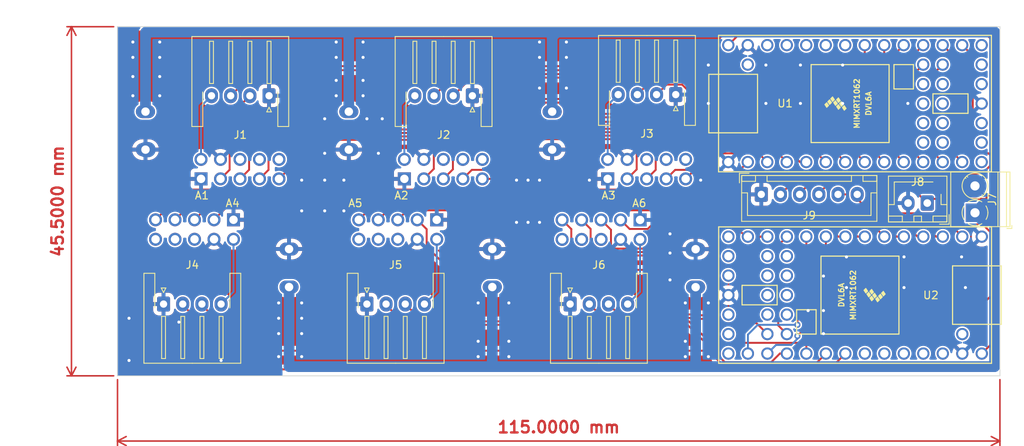
<source format=kicad_pcb>
(kicad_pcb (version 20211014) (generator pcbnew)
  (layers (0 "F.Cu" signal) (31 "B.Cu" signal) (34 "B.Paste" user) (35 "F.Paste" user) (36 "B.SilkS" user "B.Silkscreen") (37 "F.SilkS" user "F.Silkscreen") (38 "B.Mask" user) (39 "F.Mask" user) (44 "Edge.Cuts" user))
  (net 0 "")
  (net 1 "GND")
  (net 8 "/TeensyMotorLayout/SCL1")
  (net 9 "/TeensyMotorLayout/SDA1")
  (net 10 "/TeensyMotorLayout/SDA0")
  (net 16 "+5V")
  (net 18 "/TeensyMotorLayout/PWM11")
  (net 19 "/TeensyMotorLayout/PWM10")
  (net 20 "/TeensyMotorLayout/PWM9")
  (net 21 "/TeensyMotorLayout/PWM8")
  (net 22 "/TeensyMotorLayout/PWM7")
  (net 23 "/TeensyMotorLayout/PWM6")
  (net 24 "/TeensyMotorLayout/PWM5")
  (net 25 "/TeensyMotorLayout/PWM4")
  (net 26 "/TeensyMotorLayout/PWM3")
  (net 27 "/TeensyMotorLayout/PWM2")
  (net 28 "/TeensyMotorLayout/PWM1")
  (net 29 "/TeensyMotorLayout/PWM0")
  (net 30 "/TeensyMotorLayout/SCL2")
  (net 31 "/TeensyMotorLayout/SDA2")
  (net 46 "/TeensyMotorLayout1/SCL1")
  (net 47 "/TeensyMotorLayout1/SDA1")
  (net 48 "/TeensyMotorLayout1/SDA0")
  (net 55 "/TeensyMotorLayout1/PWM11")
  (net 56 "/TeensyMotorLayout1/PWM10")
  (net 57 "/TeensyMotorLayout1/PWM9")
  (net 58 "/TeensyMotorLayout1/PWM8")
  (net 59 "/TeensyMotorLayout1/PWM7")
  (net 60 "/TeensyMotorLayout1/PWM6")
  (net 61 "/TeensyMotorLayout1/PWM5")
  (net 62 "/TeensyMotorLayout1/PWM4")
  (net 63 "/TeensyMotorLayout1/PWM3")
  (net 64 "/TeensyMotorLayout1/PWM2")
  (net 65 "/TeensyMotorLayout1/PWM1")
  (net 66 "/TeensyMotorLayout1/PWM0")
  (net 67 "/TeensyMotorLayout1/SCL2")
  (net 68 "/TeensyMotorLayout1/SDA2")
  (net 77 "+10V")
  (net 95 "/TeensyMotorLayout/3V3_1")
  (net 96 "/TeensyMotorLayout/3V3_2")
  (net 97 "/TeensyMotorLayout/3V3_3")
  (net 98 "/TeensyMotorLayout1/3V3_1")
  (net 99 "/TeensyMotorLayout1/3V3_2")
  (net 100 "/TeensyMotorLayout1/3V3_3")
  (net 102 "/TeensyMotorLayout/SCL0")
  (net 103 "/TeensyMotorLayout1/SCL0")
  (net 104 "/TX1")
  (net 105 "/RX1")
  (net 106 "/TX0")
  (net 107 "/RX0")
  (footprint "TerminalBlock_Phoenix:TerminalBlock_Phoenix_PT-1,5-2-3.5-H_1x02_P3.50mm_Horizontal" (layer "F.Cu") (at 161.75 129.25 90)
    (fp_text reference "J7")
    (fp_text value "Screw_Terminal_01x02")
  )
  (footprint "Teensy:Teensy40" (layer "F.Cu") (at 146.11 115.02)
    (fp_text reference "U1")
    (fp_text value "Teensy4.0")
  )
  (footprint "SimpleFOCMini:SimpleFOCMini" (layer "F.Cu") (at 56.098967 151.629708)
    (fp_text reference "A4")
    (fp_text value "SimpleFOCMini")
  )
  (footprint "SimpleFOCMini:SimpleFOCMini" (layer "F.Cu") (at 82.58599 151.629708)
    (fp_text reference "A5")
    (fp_text value "SimpleFOCMini")
  )
  (footprint "SimpleFOCMini:SimpleFOCMini" (layer "F.Cu") (at 96.401033 103.370292 180)
    (fp_text reference "A2")
    (fp_text value "SimpleFOCMini")
  )
  (footprint "Connector_JST:JST_XH_S4B-XH-A-1_1x04_P2.50mm_Horizontal" (layer "F.Cu") (at 96.25 114 180)
    (fp_text reference "J2")
    (fp_text value "Conn_01x04")
  )
  (footprint "SimpleFOCMini:SimpleFOCMini" (layer "F.Cu") (at 109.08599 151.646701)
    (fp_text reference "A6")
    (fp_text value "SimpleFOCMini")
  )
  (footprint "SimpleFOCMini:SimpleFOCMini" (layer "F.Cu") (at 122.901033 103.370292 180)
    (fp_text reference "A3")
    (fp_text value "SimpleFOCMini")
  )
  (footprint "Connector_JST:JST_XH_B2B-XH-AM_1x02_P2.50mm_Vertical" (layer "F.Cu") (at 155.53 127.985 180)
    (fp_text reference "J8")
    (fp_text value "Conn_01x02")
  )
  (footprint "Connector_JST:JST_XH_B6B-XH-A_1x06_P2.50mm_Vertical" (layer "F.Cu") (at 133.9 126.855)
    (fp_text reference "J9")
    (fp_text value "Conn_01x06")
  )
  (footprint "Teensy:Teensy40" (layer "F.Cu") (at 146.125 139.98 180)
    (fp_text reference "U2")
    (fp_text value "Teensy4.0")
  )
  (footprint "SimpleFOCMini:SimpleFOCMini" (layer "F.Cu") (at 69.901033 103.370292 180)
    (fp_text reference "A1")
    (fp_text value "SimpleFOCMini")
  )
  (footprint "Connector_JST:JST_XH_S4B-XH-A-1_1x04_P2.50mm_Horizontal" (layer "F.Cu") (at 69.75 114 180)
    (fp_text reference "J1")
    (fp_text value "Conn_01x04")
  )
  (footprint "Connector_JST:JST_XH_S4B-XH-A-1_1x04_P2.50mm_Horizontal" (layer "F.Cu") (at 56 141.15)
    (fp_text reference "J4")
    (fp_text value "Conn_01x04")
  )
  (footprint "Connector_JST:JST_XH_S4B-XH-A-1_1x04_P2.50mm_Horizontal" (layer "F.Cu") (at 108.987023 141.15)
    (fp_text reference "J6")
    (fp_text value "Conn_01x04")
  )
  (footprint "Connector_JST:JST_XH_S4B-XH-A-1_1x04_P2.50mm_Horizontal" (layer "F.Cu") (at 82.5 141.15)
    (fp_text reference "J5")
    (fp_text value "Conn_01x04")
  )
  (footprint "Connector_JST:JST_XH_S4B-XH-A-1_1x04_P2.50mm_Horizontal" (layer "F.Cu") (at 122.75 113.85 180)
    (fp_text reference "J3")
    (fp_text value "Conn_01x04")
  )
  (gr_line (start 165 105) (end 50 105) (layer "Edge.Cuts") (width 0.1))
  (gr_line (start 50 150.5) (end 165 150.5) (layer "Edge.Cuts") (width 0.1))
  (gr_line (start 165 150.5) (end 165 105) (layer "Edge.Cuts") (width 0.1))
  (gr_line (start 50 105) (end 50 150.5) (layer "Edge.Cuts") (width 0.1))
  (dimension (type aligned) (layer "F.Cu") (pts (xy 165 150.5) (xy 50 150.5)) (height -8.5) (gr_text "115.0000 mm" (at 107.5 157.2) (layer "F.Cu") (effects (font (size 1.5 1.5) (thickness 0.3)))) (format (units 3) (units_format 1) (precision 4)) (style (thickness 0.2) (arrow_length 1.27) (text_position_mode 0) (extension_height 0.58642) (extension_offset 0.5) keep_text_aligned))
  (dimension (type aligned) (layer "F.Cu") (pts (xy 50 150.5) (xy 50 105)) (height -6) (gr_text "45.5000 mm" (at 42.2 127.75 90) (layer "F.Cu") (effects (font (size 1.5 1.5) (thickness 0.3)))) (format (units 3) (units_format 1) (precision 4)) (style (thickness 0.2) (arrow_length 1.27) (text_position_mode 0) (extension_height 0.58642) (extension_offset 0.5) keep_text_aligned))
  (via (at 77 125) (size 0.8) (drill 0.4) (layers "F.Cu" "B.Cu") (net 1))
  (via (at 122 132) (size 0.8) (drill 0.4) (layers "F.Cu" "B.Cu") (net 1))
  (via (at 55.5 114) (size 0.8) (drill 0.4) (layers "F.Cu" "B.Cu") (net 1))
  (via (at 51.5 143) (size 0.8) (drill 0.4) (layers "F.Cu" "B.Cu") (net 1))
  (via (at 71 143) (size 0.8) (drill 0.4) (layers "F.Cu" "B.Cu") (net 1))
  (via (at 134.5 115) (size 0.8) (drill 0.4) (layers "F.Cu" "B.Cu") (net 1))
  (via (at 78.5 107) (size 0.8) (drill 0.4) (layers "F.Cu" "B.Cu") (net 1))
  (via (at 160.5 139) (size 0.8) (drill 0.4) (layers "F.Cu" "B.Cu") (net 1))
  (via (at 111.5 125) (size 0.8) (drill 0.4) (layers "F.Cu" "B.Cu") (net 1))
  (via (at 134.5 110) (size 0.8) (drill 0.4) (layers "F.Cu" "B.Cu") (net 1))
  (via (at 74 141) (size 0.8) (drill 0.4) (layers "F.Cu" "B.Cu") (net 1))
  (via (at 139 110) (size 0.8) (drill 0.4) (layers "F.Cu" "B.Cu") (net 1))
  (via (at 124 141) (size 0.8) (drill 0.4) (layers "F.Cu" "B.Cu") (net 1))
  (via (at 101 148) (size 0.8) (drill 0.4) (layers "F.Cu" "B.Cu") (net 1))
  (via (at 144.5 115) (size 0.8) (drill 0.4) (layers "F.Cu" "B.Cu") (net 1))
  (via (at 124 146) (size 0.8) (drill 0.4) (layers "F.Cu" "B.Cu") (net 1))
  (via (at 82 107) (size 0.8) (drill 0.4) (layers "F.Cu" "B.Cu") (net 1))
  (via (at 78.5 114) (size 0.8) (drill 0.4) (layers "F.Cu" "B.Cu") (net 1))
  (via (at 55.5 111.5) (size 0.8) (drill 0.4) (layers "F.Cu" "B.Cu") (net 1))
  (via (at 142 137.5) (size 0.8) (drill 0.4) (layers "F.Cu" "B.Cu") (net 1))
  (via (at 77 121.5) (size 0.8) (drill 0.4) (layers "F.Cu" "B.Cu") (net 1))
  (via (at 82 114) (size 0.8) (drill 0.4) (layers "F.Cu" "B.Cu") (net 1))
  (via (at 82.5 117) (size 0.8) (drill 0.4) (layers "F.Cu" "B.Cu") (net 1))
  (via (at 97 146) (size 0.8) (drill 0.4) (layers "F.Cu" "B.Cu") (net 1))
  (via (at 105 113) (size 0.8) (drill 0.4) (layers "F.Cu" "B.Cu") (net 1))
  (via (at 108.5 109) (size 0.8) (drill 0.4) (layers "F.Cu" "B.Cu") (net 1))
  (via (at 127 115) (size 0.8) (drill 0.4) (layers "F.Cu" "B.Cu") (net 1))
  (via (at 145 135) (size 0.8) (drill 0.4) (layers "F.Cu" "B.Cu") (net 1))
  (via (at 63.5 148.5) (size 0.8) (drill 0.4) (layers "F.Cu" "B.Cu") (net 1))
  (via (at 145 139) (size 0.8) (drill 0.4) (layers "F.Cu" "B.Cu") (net 1))
  (via (at 108.5 107) (size 0.8) (drill 0.4) (layers "F.Cu" "B.Cu") (net 1))
  (via (at 105 130.5) (size 0.8) (drill 0.4) (layers "F.Cu" "B.Cu") (net 1))
  (via (at 71 145) (size 0.8) (drill 0.4) (layers "F.Cu" "B.Cu") (net 1))
  (via (at 153 115) (size 0.8) (drill 0.4) (layers "F.Cu" "B.Cu") (net 1))
  (via (at 139 115) (size 0.8) (drill 0.4) (layers "F.Cu" "B.Cu") (net 1))
  (via (at 124 148) (size 0.8) (drill 0.4) (layers "F.Cu" "B.Cu") (net 1))
  (via (at 74 148) (size 0.8) (drill 0.4) (layers "F.Cu" "B.Cu") (net 1))
  (via (at 82 109) (size 0.8) (drill 0.4) (layers "F.Cu" "B.Cu") (net 1))
  (via (at 74 145) (size 0.8) (drill 0.4) (layers "F.Cu" "B.Cu") (net 1))
  (via (at 108.5 113) (size 0.8) (drill 0.4) (layers "F.Cu" "B.Cu") (net 1))
  (via (at 105 107) (size 0.8) (drill 0.4) (layers "F.Cu" "B.Cu") (net 1))
  (via (at 51.5 148.5) (size 0.8) (drill 0.4) (layers "F.Cu" "B.Cu") (net 1))
  (via (at 105 125) (size 0.8) (drill 0.4) (layers "F.Cu" "B.Cu") (net 1))
  (via (at 74 125) (size 0.8) (drill 0.4) (layers "F.Cu" "B.Cu") (net 1))
  (via (at 126 125) (size 0.8) (drill 0.4) (layers "F.Cu" "B.Cu") (net 1))
  (via (at 142 145) (size 0.8) (drill 0.4) (layers "F.Cu" "B.Cu") (net 1))
  (via (at 82 112) (size 0.8) (drill 0.4) (layers "F.Cu" "B.Cu") (net 1))
  (via (at 79.5 125) (size 0.8) (drill 0.4) (layers "F.Cu" "B.Cu") (net 1))
  (via (at 78.5 109) (size 0.8) (drill 0.4) (layers "F.Cu" "B.Cu") (net 1))
  (via (at 152.5 135) (size 0.8) (drill 0.4) (layers "F.Cu" "B.Cu") (net 1))
  (via (at 101 141) (size 0.8) (drill 0.4) (layers "F.Cu" "B.Cu") (net 1))
  (via (at 127 141) (size 0.8) (drill 0.4) (layers "F.Cu" "B.Cu") (net 1))
  (via (at 77 129) (size 0.8) (drill 0.4) (layers "F.Cu" "B.Cu") (net 1))
  (via (at 103.5 130.5) (size 0.8) (drill 0.4) (layers "F.Cu" "B.Cu") (net 1))
  (via (at 102 125) (size 0.8) (drill 0.4) (layers "F.Cu" "B.Cu") (net 1))
  (via (at 122 134.5) (size 0.8) (drill 0.4) (layers "F.Cu" "B.Cu") (net 1))
  (via (at 152.5 139) (size 0.8) (drill 0.4) (layers "F.Cu" "B.Cu") (net 1))
  (via (at 102 130.5) (size 0.8) (drill 0.4) (layers "F.Cu" "B.Cu") (net 1))
  (via (at 84 121.5) (size 0.8) (drill 0.4) (layers "F.Cu" "B.Cu") (net 1))
  (via (at 52 109) (size 0.8) (drill 0.4) (layers "F.Cu" "B.Cu") (net 1))
  (via (at 97 141) (size 0.8) (drill 0.4) (layers "F.Cu" "B.Cu") (net 1))
  (via (at 127 110) (size 0.8) (drill 0.4) (layers "F.Cu" "B.Cu") (net 1))
  (via (at 78.5 112) (size 0.8) (drill 0.4) (layers "F.Cu" "B.Cu") (net 1))
  (via (at 105 109) (size 0.8) (drill 0.4) (layers "F.Cu" "B.Cu") (net 1))
  (via (at 84.5 117) (size 0.8) (drill 0.4) (layers "F.Cu" "B.Cu") (net 1))
  (via (at 160 135) (size 0.8) (drill 0.4) (layers "F.Cu" "B.Cu") (net 1))
  (via (at 55.5 107) (size 0.8) (drill 0.4) (layers "F.Cu" "B.Cu") (net 1))
  (via (at 74 129) (size 0.8) (drill 0.4) (layers "F.Cu" "B.Cu") (net 1))
  (via (at 140 142) (size 0.8) (drill 0.4) (layers "F.Cu" "B.Cu") (net 1))
  (via (at 71 148) (size 0.8) (drill 0.4) (layers "F.Cu" "B.Cu") (net 1))
  (via (at 142 142) (size 0.8) (drill 0.4) (layers "F.Cu" "B.Cu") (net 1))
  (via (at 71 141) (size 0.8) (drill 0.4) (layers "F.Cu" "B.Cu") (net 1))
  (via (at 127 148) (size 0.8) (drill 0.4) (layers "F.Cu" "B.Cu") (net 1))
  (via (at 74 143) (size 0.8) (drill 0.4) (layers "F.Cu" "B.Cu") (net 1))
  (via (at 52 111.5) (size 0.8) (drill 0.4) (layers "F.Cu" "B.Cu") (net 1))
  (via (at 122 138) (size 0.8) (drill 0.4) (layers "F.Cu" "B.Cu") (net 1))
  (via (at 97 148) (size 0.8) (drill 0.4) (layers "F.Cu" "B.Cu") (net 1))
  (via (at 79.5 129) (size 0.8) (drill 0.4) (layers "F.Cu" "B.Cu") (net 1))
  (via (at 52 107) (size 0.8) (drill 0.4) (layers "F.Cu" "B.Cu") (net 1))
  (via (at 103.5 125) (size 0.8) (drill 0.4) (layers "F.Cu" "B.Cu") (net 1))
  (via (at 52 114) (size 0.8) (drill 0.4) (layers "F.Cu" "B.Cu") (net 1))
  (via (at 58 143.5) (size 0.8) (drill 0.4) (layers "F.Cu" "B.Cu") (net 1))
  (via (at 55.5 109) (size 0.8) (drill 0.4) (layers "F.Cu" "B.Cu") (net 1))
  (via (at 144.5 110) (size 0.8) (drill 0.4) (layers "F.Cu" "B.Cu") (net 1))
  (via (at 77 117) (size 0.8) (drill 0.4) (layers "F.Cu" "B.Cu") (net 1))
  (via (at 101 146) (size 0.8) (drill 0.4) (layers "F.Cu" "B.Cu") (net 1))
  (segment (start 158.97 132.97) (end 158.97 126.53) (width 0.25) (layer "B.Cu") (net 1))
  (segment (start 125.34199 133.993701) (end 125.006299 133.993701) (width 2) (layer "B.Cu") (net 1))
  (segment (start 158.955 118.685) (end 158.955 124.955) (width 0.25) (layer "B.Cu") (net 1))
  (segment (start 158.97 126.53) (end 159.75 125.75) (width 0.25) (layer "B.Cu") (net 1))
  (segment (start 160.995 134) (end 159 134) (width 0.25) (layer "B.Cu") (net 1))
  (segment (start 96.25 118.94) (end 96.31 119) (width 0.25) (layer "B.Cu") (net 1))
  (segment (start 161.75 125.75) (end 159.75 125.75) (width 3) (layer "B.Cu") (net 1))
  (segment (start 158.955 124.955) (end 159.75 125.75) (width 0.25) (layer "B.Cu") (net 1))
  (segment (start 159 134) (end 159 133) (width 0.25) (layer "B.Cu") (net 1))
  (segment (start 108.987023 136.012977) (end 109 136) (width 0.25) (layer "B.Cu") (net 1))
  (segment (start 162.62 115.02) (end 158.955 118.685) (width 0.25) (layer "B.Cu") (net 1))
  (segment (start 162.635 132.36) (end 160.995 134) (width 0.25) (layer "B.Cu") (net 1))
  (segment (start 159 133) (end 158.97 132.97) (width 0.25) (layer "B.Cu") (net 1))
  (segment (start 53.645033 121.023292) (end 53.976708 121.023292) (width 2) (layer "B.Cu") (net 1))
  (segment (start 69.75 114) (end 70 114.25) (width 0.25) (layer "B.Cu") (net 1))
  (segment (start 96.11 111.64) (end 123.949553 111.64) (width 0.25) (layer "F.Cu") (net 8))
  (segment (start 123.949553 111.64) (end 125.158056 112.848503) (width 0.25) (layer "F.Cu") (net 8))
  (segment (start 125.158056 112.848503) (end 149.551497 112.848503) (width 0.25) (layer "F.Cu") (net 8))
  (segment (start 149.551497 112.848503) (end 155 107.4) (width 0.25) (layer "F.Cu") (net 8))
  (segment (start 93.75 114) (end 96.11 111.64) (width 0.25) (layer "F.Cu") (net 8))
  (segment (start 147.460998 112.399002) (end 152.46 107.4) (width 0.25) (layer "F.Cu") (net 9))
  (segment (start 125.334744 112.389501) (end 125.408121 112.389501) (width 0.25) (layer "F.Cu") (net 9))
  (segment (start 125.408121 112.389501) (end 125.417622 112.399002) (width 0.25) (layer "F.Cu") (net 9))
  (segment (start 94.07 111.18) (end 124.125243 111.18) (width 0.25) (layer "F.Cu") (net 9))
  (segment (start 91.25 114) (end 94.07 111.18) (width 0.25) (layer "F.Cu") (net 9))
  (segment (start 124.125243 111.18) (end 125.334744 112.389501) (width 0.25) (layer "F.Cu") (net 9))
  (segment (start 125.417622 112.399002) (end 147.460998 112.399002) (width 0.25) (layer "F.Cu") (net 9))
  (segment (start 149.92 108.53137) (end 146.501869 111.949501) (width 0.25) (layer "F.Cu") (net 10))
  (segment (start 149.92 107.4) (end 149.92 108.53137) (width 0.25) (layer "F.Cu") (net 10))
  (segment (start 125.533811 111.949501) (end 124.25431 110.67) (width 0.25) (layer "F.Cu") (net 10))
  (segment (start 146.501869 111.949501) (end 125.533811 111.949501) (width 0.25) (layer "F.Cu") (net 10))
  (segment (start 124.25431 110.67) (end 68.08 110.67) (width 0.25) (layer "F.Cu") (net 10))
  (segment (start 68.08 110.67) (end 64.75 114) (width 0.25) (layer "F.Cu") (net 10))
  (segment (start 153.055 125.51) (end 155.53 127.985) (width 0.25) (layer "F.Cu") (net 16))
  (segment (start 141.4 126.73) (end 142.62 125.51) (width 0.25) (layer "F.Cu") (net 16))
  (segment (start 142.62 125.51) (end 153.055 125.51) (width 0.25) (layer "F.Cu") (net 16))
  (segment (start 164.309501 145.925499) (end 162.635 147.6) (width 0.25) (layer "F.Cu") (net 16))
  (segment (start 163.14 127.44) (end 156.075 127.44) (width 0.25) (layer "F.Cu") (net 16))
  (segment (start 164.309501 126.419501) (end 164.309501 145.925499) (width 0.25) (layer "F.Cu") (net 16))
  (segment (start 163.1 105.88) (end 164.2 106.98) (width 0.25) (layer "F.Cu") (net 16))
  (segment (start 163.35 127.16) (end 163.26 127.25) (width 0.25) (layer "F.Cu") (net 16))
  (segment (start 129.6 107.4) (end 131.12 105.88) (width 0.25) (layer "F.Cu") (net 16))
  (segment (start 164.2 126.31) (end 163.35 127.16) (width 0.25) (layer "F.Cu") (net 16))
  (segment (start 163.35 127.23) (end 163.14 127.44) (width 0.25) (layer "F.Cu") (net 16))
  (segment (start 163.35 127.16) (end 163.35 127.23) (width 0.25) (layer "F.Cu") (net 16))
  (segment (start 164.2 106.98) (end 164.2 126.31) (width 0.25) (layer "F.Cu") (net 16))
  (segment (start 131.12 105.88) (end 163.1 105.88) (width 0.25) (layer "F.Cu") (net 16))
  (segment (start 141.4 126.855) (end 141.4 126.73) (width 0.25) (layer "F.Cu") (net 16))
  (segment (start 164.2 126.31) (end 164.309501 126.419501) (width 0.25) (layer "F.Cu") (net 16))
  (segment (start 156.075 127.44) (end 155.53 127.985) (width 0.25) (layer "F.Cu") (net 16))
  (segment (start 155.53 127.985) (end 156.14 128.595) (width 0.25) (layer "B.Cu") (net 16))
  (segment (start 124.917325 123.96) (end 124.044033 124.833292) (width 0.25) (layer "F.Cu") (net 18))
  (segment (start 130.82 123.96) (end 124.917325 123.96) (width 0.25) (layer "F.Cu") (net 18))
  (segment (start 132.14 122.64) (end 130.82 123.96) (width 0.25) (layer "F.Cu") (net 18))
  (segment (start 134.68 122.64) (end 133.55 121.51) (width 0.25) (layer "F.Cu") (net 19))
  (segment (start 122.678533 123.658792) (end 121.504033 124.833292) (width 0.25) (layer "F.Cu") (net 19))
  (segment (start 126.49 121.51) (end 124.341208 123.658792) (width 0.25) (layer "F.Cu") (net 19))
  (segment (start 133.55 121.51) (end 126.49 121.51) (width 0.25) (layer "F.Cu") (net 19))
  (segment (start 124.341208 123.658792) (end 122.678533 123.658792) (width 0.25) (layer "F.Cu") (net 19))
  (segment (start 120.139033 121.629033) (end 120.139033 123.658292) (width 0.25) (layer "F.Cu") (net 20))
  (segment (start 120.12 121.61) (end 120.139033 121.629033) (width 0.25) (layer "F.Cu") (net 20))
  (segment (start 137.22 122.64) (end 135.34 120.76) (width 0.25) (layer "F.Cu") (net 20))
  (segment (start 120.139033 123.658292) (end 118.964033 124.833292) (width 0.25) (layer "F.Cu") (net 20))
  (segment (start 120.97 120.76) (end 120.12 121.61) (width 0.25) (layer "F.Cu") (net 20))
  (segment (start 135.34 120.76) (end 120.97 120.76) (width 0.25) (layer "F.Cu") (net 20))
  (segment (start 136.46017 120.15) (end 118.99 120.15) (width 0.25) (layer "F.Cu") (net 21))
  (segment (start 138.95017 122.64) (end 136.46017 120.15) (width 0.25) (layer "F.Cu") (net 21))
  (segment (start 118.99 120.15) (end 117.66 121.48) (width 0.25) (layer "F.Cu") (net 21))
  (segment (start 139.76 122.64) (end 138.95017 122.64) (width 0.25) (layer "F.Cu") (net 21))
  (segment (start 117.66 121.48) (end 117.66 123.597325) (width 0.25) (layer "F.Cu") (net 21))
  (segment (start 117.66 123.597325) (end 116.424033 124.833292) (width 0.25) (layer "F.Cu") (net 21))
  (segment (start 142.3 122.64) (end 141.052006 121.392006) (width 0.25) (layer "F.Cu") (net 22))
  (segment (start 138.337866 121.392006) (end 136.60586 119.66) (width 0.25) (layer "F.Cu") (net 22))
  (segment (start 104.807764 119.66) (end 99.634472 124.833292) (width 0.25) (layer "F.Cu") (net 22))
  (segment (start 99.634472 124.833292) (end 97.544033 124.833292) (width 0.25) (layer "F.Cu") (net 22))
  (segment (start 141.052006 121.392006) (end 138.337866 121.392006) (width 0.25) (layer "F.Cu") (net 22))
  (segment (start 136.60586 119.66) (end 104.807764 119.66) (width 0.25) (layer "F.Cu") (net 22))
  (segment (start 138.524055 120.942505) (end 136.779055 119.197505) (width 0.25) (layer "F.Cu") (net 23))
  (segment (start 144.84 122.64) (end 143.142505 120.942505) (width 0.25) (layer "F.Cu") (net 23))
  (segment (start 143.142505 120.942505) (end 138.524055 120.942505) (width 0.25) (layer "F.Cu") (net 23))
  (segment (start 104.634569 119.197505) (end 100.173782 123.658292) (width 0.25) (layer "F.Cu") (net 23))
  (segment (start 96.179033 123.658292) (end 95.004033 124.833292) (width 0.25) (layer "F.Cu") (net 23))
  (segment (start 136.779055 119.197505) (end 104.634569 119.197505) (width 0.25) (layer "F.Cu") (net 23))
  (segment (start 100.173782 123.658292) (end 96.179033 123.658292) (width 0.25) (layer "F.Cu") (net 23))
  (segment (start 136.965244 118.748004) (end 104.44838 118.748004) (width 0.25) (layer "F.Cu") (net 24))
  (segment (start 93.71 123.587325) (end 92.464033 124.833292) (width 0.25) (layer "F.Cu") (net 24))
  (segment (start 94.422495 120.647505) (end 93.71 121.36) (width 0.25) (layer "F.Cu") (net 24))
  (segment (start 104.44838 118.748004) (end 102.548879 120.647505) (width 0.25) (layer "F.Cu") (net 24))
  (segment (start 102.548879 120.647505) (end 94.422495 120.647505) (width 0.25) (layer "F.Cu") (net 24))
  (segment (start 93.71 121.36) (end 93.71 123.587325) (width 0.25) (layer "F.Cu") (net 24))
  (segment (start 138.710244 120.493004) (end 136.965244 118.748004) (width 0.25) (layer "F.Cu") (net 24))
  (segment (start 145.233004 120.493004) (end 138.710244 120.493004) (width 0.25) (layer "F.Cu") (net 24))
  (segment (start 147.38 122.64) (end 145.233004 120.493004) (width 0.25) (layer "F.Cu") (net 24))
  (segment (start 91.22 120.35) (end 91.22 123.537325) (width 0.25) (layer "F.Cu") (net 25))
  (segment (start 104.262191 118.298503) (end 102.36269 120.198004) (width 0.25) (layer "F.Cu") (net 25))
  (segment (start 137.151433 118.298503) (end 104.262191 118.298503) (width 0.25) (layer "F.Cu") (net 25))
  (segment (start 138.896433 120.043503) (end 137.151433 118.298503) (width 0.25) (layer "F.Cu") (net 25))
  (segment (start 102.36269 120.198004) (end 91.371996 120.198004) (width 0.25) (layer "F.Cu") (net 25))
  (segment (start 91.22 123.537325) (end 89.924033 124.833292) (width 0.25) (layer "F.Cu") (net 25))
  (segment (start 147.323503 120.043503) (end 138.896433 120.043503) (width 0.25) (layer "F.Cu") (net 25))
  (segment (start 149.92 122.64) (end 147.323503 120.043503) (width 0.25) (layer "F.Cu") (net 25))
  (segment (start 91.371996 120.198004) (end 91.22 120.35) (width 0.25) (layer "F.Cu") (net 25))
  (segment (start 102.176501 119.748503) (end 76.128822 119.748503) (width 0.25) (layer "F.Cu") (net 26))
  (segment (start 76.128822 119.748503) (end 71.044033 124.833292) (width 0.25) (layer "F.Cu") (net 26))
  (segment (start 137.337622 117.849002) (end 104.076002 117.849002) (width 0.25) (layer "F.Cu") (net 26))
  (segment (start 104.076002 117.849002) (end 102.176501 119.748503) (width 0.25) (layer "F.Cu") (net 26))
  (segment (start 149.414002 119.594002) (end 139.082622 119.594002) (width 0.25) (layer "F.Cu") (net 26))
  (segment (start 139.082622 119.594002) (end 137.337622 117.849002) (width 0.25) (layer "F.Cu") (net 26))
  (segment (start 152.46 122.64) (end 149.414002 119.594002) (width 0.25) (layer "F.Cu") (net 26))
  (segment (start 69.68 123.657325) (end 69.68 121.36) (width 0.25) (layer "F.Cu") (net 27))
  (segment (start 137.523811 117.399501) (end 139.268811 119.144501) (width 0.25) (layer "F.Cu") (net 27))
  (segment (start 68.504033 124.833292) (end 69.68 123.657325) (width 0.25) (layer "F.Cu") (net 27))
  (segment (start 103.889813 117.399501) (end 137.523811 117.399501) (width 0.25) (layer "F.Cu") (net 27))
  (segment (start 101.990312 119.299002) (end 103.889813 117.399501) (width 0.25) (layer "F.Cu") (net 27))
  (segment (start 139.268811 119.144501) (end 151.504501 119.144501) (width 0.25) (layer "F.Cu") (net 27))
  (segment (start 151.504501 119.144501) (end 155 122.64) (width 0.25) (layer "F.Cu") (net 27))
  (segment (start 71.740998 119.299002) (end 101.990312 119.299002) (width 0.25) (layer "F.Cu") (net 27))
  (segment (start 69.68 121.36) (end 71.740998 119.299002) (width 0.25) (layer "F.Cu") (net 27))
  (segment (start 108.220033 116.445723) (end 108.220033 115.583591) (width 0.25) (layer "F.Cu") (net 28))
  (segment (start 156.415 118.695) (end 139.455 118.695) (width 0.25) (layer "F.Cu") (net 28))
  (segment (start 67.15 121.543312) (end 67.15 123.647325) (width 0.25) (layer "F.Cu") (net 28))
  (segment (start 139.455 118.695) (end 137.569501 116.809501) (width 0.25) (layer "F.Cu") (net 28))
  (segment (start 156.415 121.515) (end 156.415 118.695) (width 0.25) (layer "F.Cu") (net 28))
  (segment (start 137.569501 116.809501) (end 108.583811 116.809501) (width 0.25) (layer "F.Cu") (net 28))
  (segment (start 157.54 122.64) (end 156.415 121.515) (width 0.25) (layer "F.Cu") (net 28))
  (segment (start 69.843811 118.849501) (end 67.15 121.543312) (width 0.25) (layer "F.Cu") (net 28))
  (segment (start 107.531734 114.895292) (end 105.758332 114.895292) (width 0.25) (layer "F.Cu") (net 28))
  (segment (start 108.583811 116.809501) (end 108.220033 116.445723) (width 0.25) (layer "F.Cu") (net 28))
  (segment (start 105.758332 114.895292) (end 101.804123 118.849501) (width 0.25) (layer "F.Cu") (net 28))
  (segment (start 108.220033 115.583591) (end 107.531734 114.895292) (width 0.25) (layer "F.Cu") (net 28))
  (segment (start 67.15 123.647325) (end 65.964033 124.833292) (width 0.25) (layer "F.Cu") (net 28))
  (segment (start 101.804123 118.849501) (end 69.843811 118.849501) (width 0.25) (layer "F.Cu") (net 28))
  (segment (start 108.797868 115.497868) (end 108.77 115.497868) (width 0.25) (layer "F.Cu") (net 29))
  (segment (start 159.280001 121.840001) (end 159.280001 117.675691) (width 0.25) (layer "F.Cu") (net 29))
  (segment (start 101.617934 118.4) (end 67.44 118.4) (width 0.25) (layer "F.Cu") (net 29))
  (segment (start 157.96431 116.36) (end 109.66 116.36) (width 0.25) (layer "F.Cu") (net 29))
  (segment (start 105.572143 114.445791) (end 101.617934 118.4) (width 0.25) (layer "F.Cu") (net 29))
  (segment (start 67.44 118.4) (end 64.61 121.23) (width 0.25) (layer "F.Cu") (net 29))
  (segment (start 105.6 114.42) (end 105.574209 114.445791) (width 0.25) (layer "F.Cu") (net 29))
  (segment (start 107.692132 114.42) (end 105.6 114.42) (width 0.25) (layer "F.Cu") (net 29))
  (segment (start 159.280001 117.675691) (end 157.96431 116.36) (width 0.25) (layer "F.Cu") (net 29))
  (segment (start 108.77 115.497868) (end 107.692132 114.42) (width 0.25) (layer "F.Cu") (net 29))
  (segment (start 64.61 123.647325) (end 63.424033 124.833292) (width 0.25) (layer "F.Cu") (net 29))
  (segment (start 109.66 116.36) (end 108.797868 115.497868) (width 0.25) (layer "F.Cu") (net 29))
  (segment (start 64.61 121.23) (end 64.61 123.647325) (width 0.25) (layer "F.Cu") (net 29))
  (segment (start 105.574209 114.445791) (end 105.572143 114.445791) (width 0.25) (layer "F.Cu") (net 29))
  (segment (start 160.08 122.64) (end 159.280001 121.840001) (width 0.25) (layer "F.Cu") (net 29))
  (segment (start 121.550499 112.549501) (end 120.25 113.85) (width 0.25) (layer "F.Cu") (net 30))
  (segment (start 156.15 111.33) (end 154.24569 111.33) (width 0.25) (layer "F.Cu") (net 30))
  (segment (start 154.24569 111.33) (end 151.828185 113.747505) (width 0.25) (layer "F.Cu") (net 30))
  (segment (start 157.54 109.94) (end 156.15 111.33) (width 0.25) (layer "F.Cu") (net 30))
  (segment (start 151.828185 113.747505) (end 124.785678 113.747505) (width 0.25) (layer "F.Cu") (net 30))
  (segment (start 124.785678 113.747505) (end 123.587674 112.549501) (width 0.25) (layer "F.Cu") (net 30))
  (segment (start 123.587674 112.549501) (end 121.550499 112.549501) (width 0.25) (layer "F.Cu") (net 30))
  (segment (start 119.5 112.1) (end 117.75 113.85) (width 0.25) (layer "F.Cu") (net 31))
  (segment (start 123.773863 112.1) (end 119.5 112.1) (width 0.25) (layer "F.Cu") (net 31))
  (segment (start 155 109.94) (end 151.641996 113.298004) (width 0.25) (layer "F.Cu") (net 31))
  (segment (start 124.971867 113.298004) (end 123.773863 112.1) (width 0.25) (layer "F.Cu") (net 31))
  (segment (start 151.641996 113.298004) (end 124.971867 113.298004) (width 0.25) (layer "F.Cu") (net 31))
  (segment (start 124.275007 143.850999) (end 127.175009 146.750998) (width 0.25) (layer "F.Cu") (net 46))
  (segment (start 127.175009 146.750998) (end 128.056688 146.750998) (width 0.25) (layer "F.Cu") (net 46))
  (segment (start 85 141.15) (end 85 141.275) (width 0.25) (layer "F.Cu") (net 46))
  (segment (start 129.154508 148.730499) (end 135.188121 148.730499) (width 0.25) (layer "F.Cu") (net 46))
  (segment (start 85 141.275) (end 87.575998 143.850998) (width 0.25) (layer "F.Cu") (net 46))
  (segment (start 128.49 147.18431) (end 128.49 148.065991) (width 0.25) (layer "F.Cu") (net 46))
  (segment (start 128.49 148.065991) (end 129.154508 148.730499) (width 0.25) (layer "F.Cu") (net 46))
  (segment (start 128.056688 146.750998) (end 128.49 147.18431) (width 0.25) (layer "F.Cu") (net 46))
  (segment (start 87.575998 143.850998) (end 124.275007 143.850999) (width 0.25) (layer "F.Cu") (net 46))
  (segment (start 135.188121 148.730499) (end 136.31862 147.6) (width 0.25) (layer "F.Cu") (net 46))
  (segment (start 136.31862 147.6) (end 137.235 147.6) (width 0.25) (layer "F.Cu") (net 46))
  (segment (start 89.751497 143.401497) (end 124.461196 143.401499) (width 0.25) (layer "F.Cu") (net 47))
  (segment (start 87.5 141.15) (end 89.751497 143.401497) (width 0.25) (layer "F.Cu") (net 47))
  (segment (start 139.507368 146.200998) (end 139.775 146.46863) (width 0.25) (layer "F.Cu") (net 47))
  (segment (start 139.775 146.46863) (end 139.775 147.6) (width 0.25) (layer "F.Cu") (net 47))
  (segment (start 127.260699 146.200998) (end 139.507368 146.200998) (width 0.25) (layer "F.Cu") (net 47))
  (segment (start 124.461196 143.401499) (end 127.260699 146.200998) (width 0.25) (layer "F.Cu") (net 47))
  (segment (start 128.040499 147.824809) (end 128.040499 148.25218) (width 0.25) (layer "F.Cu") (net 48))
  (segment (start 127.043811 147.200499) (end 127.416189 147.200499) (width 0.25) (layer "F.Cu") (net 48))
  (segment (start 128.040499 148.25218) (end 128.99782 149.209501) (width 0.25) (layer "F.Cu") (net 48))
  (segment (start 66.952995 147.227995) (end 127.016315 147.227995) (width 0.25) (layer "F.Cu") (net 48))
  (segment (start 61 141.15) (end 61 141.275) (width 0.25) (layer "F.Cu") (net 48))
  (segment (start 127.416189 147.200499) (end 128.040499 147.824809) (width 0.25) (layer "F.Cu") (net 48))
  (segment (start 61 141.275) (end 66.952995 147.227995) (width 0.25) (layer "F.Cu") (net 48))
  (segment (start 128.99782 149.209501) (end 140.705499 149.209501) (width 0.25) (layer "F.Cu") (net 48))
  (segment (start 140.705499 149.209501) (end 142.315 147.6) (width 0.25) (layer "F.Cu") (net 48))
  (segment (start 127.016315 147.227995) (end 127.043811 147.200499) (width 0.25) (layer "F.Cu") (net 48))
  (segment (start 119.990499 130.468121) (end 119.990499 129.803811) (width 0.25) (layer "F.Cu") (net 55))
  (segment (start 116.73799 131.358701) (end 119.099919 131.358701) (width 0.25) (layer "F.Cu") (net 55))
  (segment (start 131.86293 132.36) (end 132.155 132.36) (width 0.25) (layer "F.Cu") (net 55))
  (segment (start 119.990499 129.803811) (end 120.253811 129.540499) (width 0.25) (layer "F.Cu") (net 55))
  (segment (start 115.56299 130.183701) (end 116.73799 131.358701) (width 0.25) (layer "F.Cu") (net 55))
  (segment (start 119.099919 131.358701) (end 119.990499 130.468121) (width 0.25) (layer "F.Cu") (net 55))
  (segment (start 129.043429 129.540499) (end 131.86293 132.36) (width 0.25) (layer "F.Cu") (net 55))
  (segment (start 120.253811 129.540499) (end 129.043429 129.540499) (width 0.25) (layer "F.Cu") (net 55))
  (segment (start 133.75431 132.36) (end 132.46431 133.65) (width 0.25) (layer "F.Cu") (net 56))
  (segment (start 121.053811 130.040499) (end 119.290499 131.803811) (width 0.25) (layer "F.Cu") (net 56))
  (segment (start 132.46431 133.65) (end 131.61 133.65) (width 0.25) (layer "F.Cu") (net 56))
  (segment (start 130.88 132.034009) (end 128.88649 130.040499) (width 0.25) (layer "F.Cu") (net 56))
  (segment (start 114.501497 133.921497) (end 114.31 133.73) (width 0.25) (layer "F.Cu") (net 56))
  (segment (start 128.88649 130.040499) (end 121.053811 130.040499) (width 0.25) (layer "F.Cu") (net 56))
  (segment (start 119.290499 131.803811) (end 119.290499 133.283811) (width 0.25) (layer "F.Cu") (net 56))
  (segment (start 119.290499 133.283811) (end 118.652813 133.921497) (width 0.25) (layer "F.Cu") (net 56))
  (segment (start 114.31 131.470711) (end 113.02299 130.183701) (width 0.25) (layer "F.Cu") (net 56))
  (segment (start 134.695 132.36) (end 133.75431 132.36) (width 0.25) (layer "F.Cu") (net 56))
  (segment (start 118.652813 133.921497) (end 114.501497 133.921497) (width 0.25) (layer "F.Cu") (net 56))
  (segment (start 130.88 132.92) (end 130.88 132.034009) (width 0.25) (layer "F.Cu") (net 56))
  (segment (start 131.61 133.65) (end 130.88 132.92) (width 0.25) (layer "F.Cu") (net 56))
  (segment (start 114.31 133.73) (end 114.31 131.470711) (width 0.25) (layer "F.Cu") (net 56))
  (segment (start 119.74 131.99) (end 119.74 133.47) (width 0.25) (layer "F.Cu") (net 57))
  (segment (start 121.24 130.49) (end 119.74 131.99) (width 0.25) (layer "F.Cu") (net 57))
  (segment (start 130.645 133.775) (end 128.815 133.775) (width 0.25) (layer "F.Cu") (net 57))
  (segment (start 118.839002 134.370998) (end 118.820998 134.370998) (width 0.25) (layer "F.Cu") (net 57))
  (segment (start 137.235 132.36) (end 135.87 133.725) (width 0.25) (layer "F.Cu") (net 57))
  (segment (start 128.815 133.775) (end 125.53 130.49) (width 0.25) (layer "F.Cu") (net 57))
  (segment (start 130.99 134.12) (end 130.645 133.775) (width 0.25) (layer "F.Cu") (net 57))
  (segment (start 111.65799 133.020402) (end 111.65799 131.358701) (width 0.25) (layer "F.Cu") (net 57))
  (segment (start 135.87 133.725) (end 133.025 133.725) (width 0.25) (layer "F.Cu") (net 57))
  (segment (start 132.63 134.12) (end 130.99 134.12) (width 0.25) (layer "F.Cu") (net 57))
  (segment (start 125.53 130.49) (end 121.24 130.49) (width 0.25) (layer "F.Cu") (net 57))
  (segment (start 113.008586 134.370998) (end 111.65799 133.020402) (width 0.25) (layer "F.Cu") (net 57))
  (segment (start 111.65799 131.358701) (end 110.48299 130.183701) (width 0.25) (layer "F.Cu") (net 57))
  (segment (start 118.820998 134.370998) (end 113.008586 134.370998) (width 0.25) (layer "F.Cu") (net 57))
  (segment (start 133.025 133.725) (end 132.63 134.12) (width 0.25) (layer "F.Cu") (net 57))
  (segment (start 119.74 133.47) (end 118.839002 134.370998) (width 0.25) (layer "F.Cu") (net 57))
  (segment (start 110.910499 134.820499) (end 109.14 133.05) (width 0.25) (layer "F.Cu") (net 58))
  (segment (start 139.775 133.950991) (end 137.585991 136.14) (width 0.25) (layer "F.Cu") (net 58))
  (segment (start 121.109278 136.14) (end 120.754639 135.785361) (width 0.25) (layer "F.Cu") (net 58))
  (segment (start 137.585991 136.14) (end 121.109278 136.14) (width 0.25) (layer "F.Cu") (net 58))
  (segment (start 109.14 133.05) (end 109.14 131.380711) (width 0.25) (layer "F.Cu") (net 58))
  (segment (start 109.14 131.380711) (end 107.94299 130.183701) (width 0.25) (layer "F.Cu") (net 58))
  (segment (start 139.775 132.36) (end 139.775 133.950991) (width 0.25) (layer "F.Cu") (net 58))
  (segment (start 119.789777 134.820499) (end 110.910499 134.820499) (width 0.25) (layer "F.Cu") (net 58))
  (segment (start 120.754639 135.785361) (end 119.789777 134.820499) (width 0.25) (layer "F.Cu") (net 58))
  (segment (start 127.253206 136.693206) (end 93.323206 136.693206) (width 0.25) (layer "F.Cu") (net 59))
  (segment (start 135.553811 138.580499) (end 129.140499 138.580499) (width 0.25) (layer "F.Cu") (net 59))
  (segment (start 142.315 134.70931) (end 138.443811 138.580499) (width 0.25) (layer "F.Cu") (net 59))
  (segment (start 136.026189 138.580499) (end 135.976189 138.530499) (width 0.25) (layer "F.Cu") (net 59))
  (segment (start 135.976189 138.530499) (end 135.603811 138.530499) (width 0.25) (layer "F.Cu") (net 59))
  (segment (start 93.323206 136.693206) (end 90.29 133.66) (width 0.25) (layer "F.Cu") (net 59))
  (segment (start 90.29 133.66) (end 90.29 131.393718) (width 0.25) (layer "F.Cu") (net 59))
  (segment (start 90.29 131.393718) (end 89.06299 130.166708) (width 0.25) (layer "F.Cu") (net 59))
  (segment (start 129.140499 138.580499) (end 127.253206 136.693206) (width 0.25) (layer "F.Cu") (net 59))
  (segment (start 138.443811 138.580499) (end 136.026189 138.580499) (width 0.25) (layer "F.Cu") (net 59))
  (segment (start 142.315 132.36) (end 142.315 134.70931) (width 0.25) (layer "F.Cu") (net 59))
  (segment (start 135.603811 138.530499) (end 135.553811 138.580499) (width 0.25) (layer "F.Cu") (net 59))
  (segment (start 143.90724 132.36) (end 142.773747 131.226507) (width 0.25) (layer "F.Cu") (net 60))
  (segment (start 129.069618 128.930998) (end 87.7587 128.930998) (width 0.25) (layer "F.Cu") (net 60))
  (segment (start 131.365127 131.226507) (end 129.069618 128.930998) (width 0.25) (layer "F.Cu") (net 60))
  (segment (start 142.773747 131.226507) (end 131.365127 131.226507) (width 0.25) (layer "F.Cu") (net 60))
  (segment (start 87.7587 128.930998) (end 86.52299 130.166708) (width 0.25) (layer "F.Cu") (net 60))
  (segment (start 144.855 132.36) (end 143.90724 132.36) (width 0.25) (layer "F.Cu") (net 60))
  (segment (start 129.263047 128.481497) (end 131.558556 130.777006) (width 0.25) (layer "F.Cu") (net 61))
  (segment (start 83.98299 130.166708) (end 85.668201 128.481497) (width 0.25) (layer "F.Cu") (net 61))
  (segment (start 143.728556 130.777006) (end 144.179055 131.227505) (width 0.25) (layer "F.Cu") (net 61))
  (segment (start 145.316125 131.227505) (end 146.44862 132.36) (width 0.25) (layer "F.Cu") (net 61))
  (segment (start 146.44862 132.36) (end 147.395 132.36) (width 0.25) (layer "F.Cu") (net 61))
  (segment (start 144.179055 131.227505) (end 145.316125 131.227505) (width 0.25) (layer "F.Cu") (net 61))
  (segment (start 85.668201 128.481497) (end 129.263047 128.481497) (width 0.25) (layer "F.Cu") (net 61))
  (segment (start 131.558556 130.777006) (end 143.728556 130.777006) (width 0.25) (layer "F.Cu") (net 61))
  (segment (start 147.994745 131.407505) (end 148.982505 131.407505) (width 0.25) (layer "F.Cu") (net 62))
  (segment (start 144.515244 130.768004) (end 144.525244 130.768004) (width 0.25) (layer "F.Cu") (net 62))
  (segment (start 83.577702 128.031996) (end 129.449236 128.031996) (width 0.25) (layer "F.Cu") (net 62))
  (segment (start 131.744745 130.327505) (end 143.914745 130.327505) (width 0.25) (layer "F.Cu") (net 62))
  (segment (start 81.44299 130.166708) (end 83.577702 128.031996) (width 0.25) (layer "F.Cu") (net 62))
  (segment (start 147.098567 131.238503) (end 147.107569 131.229501) (width 0.25) (layer "F.Cu") (net 62))
  (segment (start 129.449236 128.031996) (end 131.744745 130.327505) (width 0.25) (layer "F.Cu") (net 62))
  (segment (start 144.335244 130.748004) (end 144.495244 130.748004) (width 0.25) (layer "F.Cu") (net 62))
  (segment (start 145.962813 131.238503) (end 147.098567 131.238503) (width 0.25) (layer "F.Cu") (net 62))
  (segment (start 144.535244 130.778004) (end 145.502314 130.778004) (width 0.25) (layer "F.Cu") (net 62))
  (segment (start 147.816741 131.229501) (end 147.994745 131.407505) (width 0.25) (layer "F.Cu") (net 62))
  (segment (start 147.107569 131.229501) (end 147.816741 131.229501) (width 0.25) (layer "F.Cu") (net 62))
  (segment (start 144.495244 130.748004) (end 144.515244 130.768004) (width 0.25) (layer "F.Cu") (net 62))
  (segment (start 144.525244 130.768004) (end 144.535244 130.778004) (width 0.25) (layer "F.Cu") (net 62))
  (segment (start 148.982505 131.407505) (end 149.935 132.36) (width 0.25) (layer "F.Cu") (net 62))
  (segment (start 145.502314 130.778004) (end 145.962813 131.238503) (width 0.25) (layer "F.Cu") (net 62))
  (segment (start 143.914745 130.327505) (end 144.335244 130.748004) (width 0.25) (layer "F.Cu") (net 62))
  (segment (start 144.09293 129.87) (end 144.521433 130.298503) (width 0.25) (layer "F.Cu") (net 63))
  (segment (start 148.002431 130.779501) (end 148.180934 130.958004) (width 0.25) (layer "F.Cu") (net 63))
  (segment (start 131.92293 129.87) (end 144.09293 129.87) (width 0.25) (layer "F.Cu") (net 63))
  (segment (start 62.575967 130.166708) (end 65.16018 127.582495) (width 0.25) (layer "F.Cu") (net 63))
  (segment (start 146.142431 130.779501) (end 148.002431 130.779501) (width 0.25) (layer "F.Cu") (net 63))
  (segment (start 144.711433 130.318503) (end 144.721433 130.328503) (width 0.25) (layer "F.Cu") (net 63))
  (segment (start 144.521433 130.298503) (end 144.681433 130.298503) (width 0.25) (layer "F.Cu") (net 63))
  (segment (start 148.180934 130.958004) (end 150.123995 130.958004) (width 0.25) (layer "F.Cu") (net 63))
  (segment (start 144.701433 130.318503) (end 144.711433 130.318503) (width 0.25) (layer "F.Cu") (net 63))
  (segment (start 145.691433 130.328503) (end 146.142431 130.779501) (width 0.25) (layer "F.Cu") (net 63))
  (segment (start 65.16018 127.582495) (end 129.635425 127.582495) (width 0.25) (layer "F.Cu") (net 63))
  (segment (start 151.525991 132.36) (end 152.475 132.36) (width 0.25) (layer "F.Cu") (net 63))
  (segment (start 144.681433 130.298503) (end 144.701433 130.318503) (width 0.25) (layer "F.Cu") (net 63))
  (segment (start 150.123995 130.958004) (end 151.525991 132.36) (width 0.25) (layer "F.Cu") (net 63))
  (segment (start 129.635425 127.582495) (end 131.92293 129.87) (width 0.25) (layer "F.Cu") (net 63))
  (segment (start 144.721433 130.328503) (end 145.691433 130.328503) (width 0.25) (layer "F.Cu") (net 63))
  (segment (start 154.25724 132.36) (end 155.015 132.36) (width 0.25) (layer "F.Cu") (net 64))
  (segment (start 144.257622 129.399002) (end 144.707622 129.849002) (width 0.25) (layer "F.Cu") (net 64))
  (segment (start 144.867622 129.849002) (end 144.887622 129.869002) (width 0.25) (layer "F.Cu") (net 64))
  (segment (start 144.707622 129.849002) (end 144.867622 129.849002) (width 0.25) (layer "F.Cu") (net 64))
  (segment (start 144.907622 129.879002) (end 145.877622 129.879002) (width 0.25) (layer "F.Cu") (net 64))
  (segment (start 151.029685 131.228004) (end 153.125244 131.228004) (width 0.25) (layer "F.Cu") (net 64))
  (segment (start 63.069681 127.132994) (end 129.821614 127.132994) (width 0.25) (layer "F.Cu") (net 64))
  (segment (start 129.821614 127.132994) (end 132.087622 129.399002) (width 0.25) (layer "F.Cu") (net 64))
  (segment (start 153.125244 131.228004) (end 154.25724 132.36) (width 0.25) (layer "F.Cu") (net 64))
  (segment (start 150.131182 130.329501) (end 151.029685 131.228004) (width 0.25) (layer "F.Cu") (net 64))
  (segment (start 132.087622 129.399002) (end 144.257622 129.399002) (width 0.25) (layer "F.Cu") (net 64))
  (segment (start 144.887622 129.869002) (end 144.897622 129.869002) (width 0.25) (layer "F.Cu") (net 64))
  (segment (start 146.328121 130.329501) (end 150.131182 130.329501) (width 0.25) (layer "F.Cu") (net 64))
  (segment (start 144.897622 129.869002) (end 144.907622 129.879002) (width 0.25) (layer "F.Cu") (net 64))
  (segment (start 60.035967 130.166708) (end 63.069681 127.132994) (width 0.25) (layer "F.Cu") (net 64))
  (segment (start 145.877622 129.879002) (end 146.328121 130.329501) (width 0.25) (layer "F.Cu") (net 64))
  (segment (start 155.281433 130.968503) (end 156.67293 132.36) (width 0.25) (layer "F.Cu") (net 65))
  (segment (start 144.613811 128.949501) (end 145.093811 129.429501) (width 0.25) (layer "F.Cu") (net 65))
  (segment (start 156.67293 132.36) (end 157.555 132.36) (width 0.25) (layer "F.Cu") (net 65))
  (segment (start 57.495967 130.166708) (end 60.979182 126.683493) (width 0.25) (layer "F.Cu") (net 65))
  (segment (start 132.273811 128.949501) (end 144.613811 128.949501) (width 0.25) (layer "F.Cu") (net 65))
  (segment (start 153.501433 130.968503) (end 155.281433 130.968503) (width 0.25) (layer "F.Cu") (net 65))
  (segment (start 150.33431 129.88) (end 151.232813 130.778503) (width 0.25) (layer "F.Cu") (net 65))
  (segment (start 145.093811 129.429501) (end 146.079501 129.429501) (width 0.25) (layer "F.Cu") (net 65))
  (segment (start 151.232813 130.778503) (end 153.311433 130.778503) (width 0.25) (layer "F.Cu") (net 65))
  (segment (start 146.53 129.88) (end 150.33431 129.88) (width 0.25) (layer "F.Cu") (net 65))
  (segment (start 153.311433 130.778503) (end 153.501433 130.968503) (width 0.25) (layer "F.Cu") (net 65))
  (segment (start 146.079501 129.429501) (end 146.53 129.88) (width 0.25) (layer "F.Cu") (net 65))
  (segment (start 60.979182 126.683493) (end 130.007803 126.683493) (width 0.25) (layer "F.Cu") (net 65))
  (segment (start 130.007803 126.683493) (end 132.273811 128.949501) (width 0.25) (layer "F.Cu") (net 65))
  (segment (start 153.687622 130.519002) (end 153.497622 130.329002) (width 0.25) (layer "F.Cu") (net 66))
  (segment (start 58.892675 126.23) (end 130.19 126.23) (width 0.25) (layer "F.Cu") (net 66))
  (segment (start 155.467622 130.519002) (end 153.687622 130.519002) (width 0.25) (layer "F.Cu") (net 66))
  (segment (start 151.419002 130.329002) (end 150.52 129.43) (width 0.25) (layer "F.Cu") (net 66))
  (segment (start 132.419501 128.459501) (end 144.759501 128.459501) (width 0.25) (layer "F.Cu") (net 66))
  (segment (start 144.759501 128.459501) (end 145.28 128.98) (width 0.25) (layer "F.Cu") (net 66))
  (segment (start 158.344002 130.609002) (end 155.557622 130.609002) (width 0.25) (layer "F.Cu") (net 66))
  (segment (start 160.095 132.36) (end 158.344002 130.609002) (width 0.25) (layer "F.Cu") (net 66))
  (segment (start 130.19 126.23) (end 132.419501 128.459501) (width 0.25) (layer "F.Cu") (net 66))
  (segment (start 145.28 128.98) (end 146.34 128.98) (width 0.25) (layer "F.Cu") (net 66))
  (segment (start 146.34 129.02862) (end 146.74138 129.43) (width 0.25) (layer "F.Cu") (net 66))
  (segment (start 150.52 129.43) (end 146.74138 129.43) (width 0.25) (layer "F.Cu") (net 66))
  (segment (start 146.34 128.98) (end 146.34 129.02862) (width 0.25) (layer "F.Cu") (net 66))
  (segment (start 153.497622 130.329002) (end 151.419002 130.329002) (width 0.25) (layer "F.Cu") (net 66))
  (segment (start 54.955967 130.166708) (end 58.892675 126.23) (width 0.25) (layer "F.Cu") (net 66))
  (segment (start 155.557622 130.609002) (end 155.467622 130.519002) (width 0.25) (layer "F.Cu") (net 66))
  (segment (start 111.487023 141.15) (end 113.28902 142.951997) (width 0.25) (layer "F.Cu") (net 67))
  (segment (start 128.270499 143.080499) (end 128.835 143.645) (width 0.25) (layer "F.Cu") (net 67))
  (segment (start 133.28 143.645) (end 134.695 145.06) (width 0.25) (layer "F.Cu") (net 67))
  (segment (start 124.775886 143.080499) (end 128.270499 143.080499) (width 0.25) (layer "F.Cu") (net 67))
  (segment (start 128.835 143.645) (end 133.28 143.645) (width 0.25) (layer "F.Cu") (net 67))
  (segment (start 113.28902 142.951997) (end 124.647385 142.951999) (width 0.25) (layer "F.Cu") (net 67))
  (segment (start 124.647385 142.951999) (end 124.775886 143.080499) (width 0.25) (layer "F.Cu") (net 67))
  (segment (start 136.11 141.82) (end 135.685 141.395) (width 0.25) (layer "F.Cu") (net 68))
  (segment (start 135.685 141.395) (end 128.245 141.395) (width 0.25) (layer "F.Cu") (net 68))
  (segment (start 136.11 143.935) (end 136.11 141.82) (width 0.25) (layer "F.Cu") (net 68))
  (segment (start 115.339519 142.502496) (end 113.987023 141.15) (width 0.25) (layer "F.Cu") (net 68))
  (segment (start 128.245 141.395) (end 127.03 142.61) (width 0.25) (layer "F.Cu") (net 68))
  (segment (start 137.235 145.06) (end 136.11 143.935) (width 0.25) (layer "F.Cu") (net 68))
  (segment (start 124.941076 142.61) (end 124.833574 142.502498) (width 0.25) (layer "F.Cu") (net 68))
  (segment (start 127.03 142.61) (end 124.941076 142.61) (width 0.25) (layer "F.Cu") (net 68))
  (segment (start 124.833574 142.502498) (end 115.339519 142.502496) (width 0.25) (layer "F.Cu") (net 68))
  (segment (start 162.8195 130.3495) (end 164.3005 130.3495) (width 1.4) (layer "B.Cu") (net 77))
  (segment (start 125.34199 149.10199) (end 125.5405 149.3005) (width 1.4) (layer "B.Cu") (net 77))
  (segment (start 98.84199 138.929708) (end 98.84199 149.26199) (width 1.4) (layer "B.Cu") (net 77))
  (segment (start 162.9195 128.0805) (end 164.3005 128.0805) (width 1.4) (layer "B.Cu") (net 77))
  (segment (start 164.3005 149.3005) (end 125.5405 149.3005) (width 1.4) (layer "B.Cu") (net 77))
  (segment (start 125.5405 149.3005) (end 98.8805 149.3005) (width 1.4) (layer "B.Cu") (net 77))
  (segment (start 161.75 129.28) (end 162.8195 130.3495) (width 1.4) (layer "B.Cu") (net 77))
  (segment (start 161.75 129.25) (end 161.75 129.28) (width 1.4) (layer "B.Cu") (net 77))
  (segment (start 79.8695 105.6995) (end 53.7305 105.6995) (width 1.4) (layer "B.Cu") (net 77))
  (segment (start 106.645033 106.324967) (end 107.2705 105.6995) (width 1.4) (layer "B.Cu") (net 77))
  (segment (start 72.354967 149.274967) (end 72.354967 138.929708) (width 1.4) (layer "B.Cu") (net 77))
  (segment (start 98.84199 149.26199) (end 98.8805 149.3005) (width 1.4) (layer "B.Cu") (net 77))
  (segment (start 125.34199 138.946701) (end 125.34199 149.10199) (width 1.4) (layer "B.Cu") (net 77))
  (segment (start 80.145033 105.975033) (end 79.8695 105.6995) (width 1.4) (layer "B.Cu") (net 77))
  (segment (start 107.2705 105.6995) (end 79.8695 105.6995) (width 1.4) (layer "B.Cu") (net 77))
  (segment (start 53.7305 105.6995) (end 53.645033 105.784967) (width 1.4) (layer "B.Cu") (net 77))
  (segment (start 72.3805 149.3005) (end 72.354967 149.274967) (width 1.4) (layer "B.Cu") (net 77))
  (segment (start 106.645033 116.070292) (end 106.645033 106.324967) (width 1.4) (layer "B.Cu") (net 77))
  (segment (start 161.75 129.25) (end 162.9195 128.0805) (width 1.4) (layer "B.Cu") (net 77))
  (segment (start 164.3005 105.6995) (end 107.2705 105.6995) (width 1.4) (layer "B.Cu") (net 77))
  (segment (start 164.3005 128.0805) (end 164.3005 105.6995) (width 1.4) (layer "B.Cu") (net 77))
  (segment (start 80.145033 116.070292) (end 80.145033 105.975033) (width 1.4) (layer "B.Cu") (net 77))
  (segment (start 53.645033 105.784967) (end 53.645033 116.070292) (width 1.4) (layer "B.Cu") (net 77))
  (segment (start 164.3005 129.24) (end 164.3005 130.3495) (width 1.4) (layer "B.Cu") (net 77))
  (segment (start 164.3005 129.24) (end 164.3005 128.0805) (width 1.4) (layer "B.Cu") (net 77))
  (segment (start 164.3005 130.3495) (end 164.3005 149.3005) (width 1.4) (layer "B.Cu") (net 77))
  (segment (start 164.2905 129.25) (end 164.3005 129.24) (width 1.4) (layer "B.Cu") (net 77))
  (segment (start 98.8805 149.3005) (end 72.3805 149.3005) (width 1.4) (layer "B.Cu") (net 77))
  (segment (start 161.75 129.25) (end 164.2905 129.25) (width 1.4) (layer "B.Cu") (net 77))
  (segment (start 60.884033 115.365967) (end 62.25 114) (width 0.25) (layer "B.Cu") (net 95))
  (segment (start 60.884033 122.293292) (end 60.884033 115.365967) (width 0.25) (layer "B.Cu") (net 95))
  (segment (start 87.384033 115.365967) (end 88.75 114) (width 0.25) (layer "B.Cu") (net 96))
  (segment (start 87.384033 122.293292) (end 87.384033 115.365967) (width 0.25) (layer "B.Cu") (net 96))
  (segment (start 115.11 113.85) (end 115.25 113.85) (width 0.25) (layer "F.Cu") (net 97))
  (segment (start 113.884033 115.215967) (end 115.25 113.85) (width 0.25) (layer "B.Cu") (net 97))
  (segment (start 113.884033 122.293292) (end 113.884033 115.215967) (width 0.25) (layer "B.Cu") (net 97))
  (segment (start 65.115967 132.706708) (end 65.115967 139.534033) (width 0.25) (layer "B.Cu") (net 98))
  (segment (start 65.115967 139.534033) (end 63.5 141.15) (width 0.25) (layer "B.Cu") (net 98))
  (segment (start 91.60299 139.54701) (end 90 141.15) (width 0.25) (layer "B.Cu") (net 99))
  (segment (start 91.60299 132.706708) (end 91.60299 139.54701) (width 0.25) (layer "B.Cu") (net 99))
  (segment (start 118.10299 139.534033) (end 116.487023 141.15) (width 0.25) (layer "B.Cu") (net 100))
  (segment (start 118.10299 132.723701) (end 118.10299 139.534033) (width 0.25) (layer "B.Cu") (net 100))
  (segment (start 147.38 109.96) (end 145.84 111.5) (width 0.25) (layer "F.Cu") (net 102))
  (segment (start 124.36 110.14) (end 66.823299 110.14) (width 0.25) (layer "F.Cu") (net 102))
  (segment (start 65.95 115.3) (end 67.25 114) (width 0.25) (layer "F.Cu") (net 102))
  (segment (start 147.38 107.4) (end 147.38 109.96) (width 0.25) (layer "F.Cu") (net 102))
  (segment (start 64.263299 115.3) (end 65.95 115.3) (width 0.25) (layer "F.Cu") (net 102))
  (segment (start 63.46 114.496701) (end 64.263299 115.3) (width 0.25) (layer "F.Cu") (net 102))
  (segment (start 67.25 114) (end 67.375 114) (width 0.25) (layer "F.Cu") (net 102))
  (segment (start 66.823299 110.14) (end 63.46 113.503299) (width 0.25) (layer "F.Cu") (net 102))
  (segment (start 145.84 111.5) (end 125.72 111.5) (width 0.25) (layer "F.Cu") (net 102))
  (segment (start 125.72 111.5) (end 124.36 110.14) (width 0.25) (layer "F.Cu") (net 102))
  (segment (start 63.46 113.503299) (end 63.46 114.496701) (width 0.25) (layer "F.Cu") (net 102))
  (segment (start 142.795 149.66) (end 66.885 149.66) (width 0.25) (layer "F.Cu") (net 103))
  (segment (start 66.885 149.66) (end 58.5 141.275) (width 0.25) (layer "F.Cu") (net 103))
  (segment (start 58.5 141.275) (end 58.5 141.15) (width 0.25) (layer "F.Cu") (net 103))
  (segment (start 144.855 147.6) (end 142.795 149.66) (width 0.25) (layer "F.Cu") (net 103))
  (segment (start 158.874031 125.03) (end 160.05 125.03) (width 0.25) (layer "F.Cu") (net 104))
  (segment (start 163.750499 123.100492) (end 163.750499 121.750499) (width 0.25) (layer "F.Cu") (net 104))
  (segment (start 163.5 121.5) (end 162.429009 121.5) (width 0.25) (layer "F.Cu") (net 104))
  (segment (start 138.9 126.73) (end 140.620001 125.009999) (width 0.25) (layer "F.Cu") (net 104))
  (segment (start 160.95 124.13) (end 162.720991 124.13) (width 0.25) (layer "F.Cu") (net 104))
  (segment (start 138.9 126.855) (end 138.9 126.73) (width 0.25) (layer "F.Cu") (net 104))
  (segment (start 161.459501 108.779501) (end 160.08 107.4) (width 0.25) (layer "F.Cu") (net 104))
  (segment (start 158.85403 125.009999) (end 158.874031 125.03) (width 0.25) (layer "F.Cu") (net 104))
  (segment (start 162.429009 121.5) (end 161.459501 120.530492) (width 0.25) (layer "F.Cu") (net 104))
  (segment (start 162.720991 124.13) (end 163.750499 123.100492) (width 0.25) (layer "F.Cu") (net 104))
  (segment (start 160.05 125.03) (end 160.95 124.13) (width 0.25) (layer "F.Cu") (net 104))
  (segment (start 161.459501 120.530492) (end 161.459501 108.779501) (width 0.25) (layer "F.Cu") (net 104))
  (segment (start 163.750499 121.750499) (end 163.5 121.5) (width 0.25) (layer "F.Cu") (net 104))
  (segment (start 140.620001 125.009999) (end 158.85403 125.009999) (width 0.25) (layer "F.Cu") (net 104))
  (segment (start 161.01 121.37) (end 161.33 121.69) (width 0.25) (layer "F.Cu") (net 105))
  (segment (start 161.33 121.69) (end 161.33 123.06) (width 0.25) (layer "F.Cu") (net 105))
  (segment (start 157.54 107.4) (end 161.01 110.87) (width 0.25) (layer "F.Cu") (net 105))
  (segment (start 139.038811 124.216189) (end 138.9775 124.2775) (width 0.25) (layer "F.Cu") (net 105))
  (segment (start 161.33 123.06) (end 160.1125 124.2775) (width 0.25) (layer "F.Cu") (net 105))
  (segment (start 160.1125 124.2775) (end 138.9775 124.2775) (width 0.25) (layer "F.Cu") (net 105))
  (segment (start 138.9775 124.2775) (end 138.9575 124.2975) (width 0.25) (layer "F.Cu") (net 105))
  (segment (start 157.54 107.4) (end 157.78569 107.4) (width 0.25) (layer "F.Cu") (net 105))
  (segment (start 138.9575 124.2975) (end 136.4 126.855) (width 0.25) (layer "F.Cu") (net 105))
  (segment (start 161.01 110.87) (end 161.01 121.37) (width 0.25) (layer "F.Cu") (net 105))
  (segment (start 151.733811 129.769501) (end 151.843811 129.879501) (width 0.25) (layer "F.Cu") (net 106))
  (segment (start 160.205991 133.84) (end 143.82 133.84) (width 0.25) (layer "F.Cu") (net 106))
  (segment (start 160.550492 131.224501) (end 161.22 131.894009) (width 0.25) (layer "F.Cu") (net 106))
  (segment (start 153.663811 129.859501) (end 153.873811 130.069501) (width 0.25) (layer "F.Cu") (net 106))
  (segment (start 143.82 133.84) (end 138.61 139.05) (width 0.25) (layer "F.Cu") (net 106))
  (segment (start 145 126.855) (end 145.21569 127.07069) (width 0.25) (layer "F.Cu") (net 106))
  (segment (start 161.22 131.894009) (end 161.22 132.825991) (width 0.25) (layer "F.Cu") (net 106))
  (segment (start 153.376189 129.879501) (end 153.386189 129.869501) (width 0.25) (layer "F.Cu") (net 106))
  (segment (start 153.873811 130.069501) (end 155.683811 130.069501) (width 0.25) (layer "F.Cu") (net 106))
  (segment (start 153.476189 129.869501) (end 153.486189 129.859501) (width 0.25) (layer "F.Cu") (net 106))
  (segment (start 138.61 139.05) (end 138.61 143.85) (width 0.25) (layer "F.Cu") (net 106))
  (segment (start 143.9 126.855) (end 145 126.855) (width 0.25) (layer "F.Cu") (net 106))
  (segment (start 153.386189 129.869501) (end 153.476189 129.869501) (width 0.25) (layer "F.Cu") (net 106))
  (segment (start 151.843811 129.879501) (end 153.376189 129.879501) (width 0.25) (layer "F.Cu") (net 106))
  (segment (start 143.9 126.855) (end 143.9 126.98) (width 0.25) (layer "F.Cu") (net 106))
  (segment (start 145.21569 127.07069) (end 145.21569 128.01) (width 0.25) (layer "F.Cu") (net 106))
  (segment (start 159.758811 131.224501) (end 160.550492 131.224501) (width 0.25) (layer "F.Cu") (net 106))
  (segment (start 145.28 128.01) (end 145.791497 128.521497) (width 0.25) (layer "F.Cu") (net 106))
  (segment (start 155.773811 130.159501) (end 158.693811 130.159501) (width 0.25) (layer "F.Cu") (net 106))
  (segment (start 161.22 132.825991) (end 160.205991 133.84) (width 0.25) (layer "F.Cu") (net 106))
  (segment (start 145.21569 128.01) (end 145.28 128.01) (width 0.25) (layer "F.Cu") (net 106))
  (segment (start 145.791497 128.521497) (end 150.265807 128.521497) (width 0.25) (layer "F.Cu") (net 106))
  (segment (start 150.265807 128.521497) (end 151.513811 129.769501) (width 0.25) (layer "F.Cu") (net 106))
  (segment (start 158.693811 130.159501) (end 159.758811 131.224501) (width 0.25) (layer "F.Cu") (net 106))
  (segment (start 155.683811 130.069501) (end 155.773811 130.159501) (width 0.25) (layer "F.Cu") (net 106))
  (segment (start 151.513811 129.769501) (end 151.733811 129.769501) (width 0.25) (layer "F.Cu") (net 106))
  (segment (start 153.486189 129.859501) (end 153.663811 129.859501) (width 0.25) (layer "F.Cu") (net 106))
  (via (at 138.61 143.85) (size 0.8) (drill 0.4) (layers "F.Cu" "B.Cu") (net 106))
  (segment (start 132.155 145.135) (end 132.155 147.6) (width 0.25) (layer "B.Cu") (net 106))
  (segment (start 133.44 143.85) (end 132.155 145.135) (width 0.25) (layer "B.Cu") (net 106))
  (segment (start 138.61 143.85) (end 133.44 143.85) (width 0.25) (layer "B.Cu") (net 106))
  (segment (start 156.56 129.15) (end 156.39 129.32) (width 0.25) (layer "F.Cu") (net 107))
  (segment (start 159.945 130.775) (end 158.32 129.15) (width 0.25) (layer "F.Cu") (net 107))
  (segment (start 162.765 130.775) (end 159.945 130.775) (width 0.25) (layer "F.Cu") (net 107))
  (segment (start 138.611419 145.313135) (end 140.284554 143.64) (width 0.25) (layer "F.Cu") (net 107))
  (segment (start 146.805 126.45) (end 146.4 126.855) (width 0.25) (layer "F.Cu") (net 107))
  (segment (start 140.284554 143.64) (end 160.27 143.64) (width 0.25) (layer "F.Cu") (net 107))
  (segment (start 163.86 140.05) (end 163.86 131.87) (width 0.25) (layer "F.Cu") (net 107))
  (segment (start 151.7 129.32) (end 150.400998 128.020998) (width 0.25) (layer "F.Cu") (net 107))
  (segment (start 146.4 126.855) (end 146.4 127.433376) (width 0.25) (layer "F.Cu") (net 107))
  (segment (start 160.27 143.64) (end 163.86 140.05) (width 0.25) (layer "F.Cu") (net 107))
  (segment (start 146.4 127.433376) (end 146.987622 128.020998) (width 0.25) (layer "F.Cu") (net 107))
  (segment (start 158.32 129.15) (end 156.56 129.15) (width 0.25) (layer "F.Cu") (net 107))
  (segment (start 156.39 129.32) (end 151.7 129.32) (width 0.25) (layer "F.Cu") (net 107))
  (segment (start 150.400998 128.020998) (end 146.987622 128.020998) (width 0.25) (layer "F.Cu") (net 107))
  (segment (start 163.86 131.87) (end 162.765 130.775) (width 0.25) (layer "F.Cu") (net 107))
  (via (at 138.611419 145.313135) (size 0.8) (drill 0.4) (layers "F.Cu" "B.Cu") (net 107))
  (segment (start 135.82 146.475) (end 134.695 147.6) (width 0.25) (layer "B.Cu") (net 107))
  (segment (start 137.805 146.475) (end 135.82 146.475) (width 0.25) (layer "B.Cu") (net 107))
  (segment (start 138.611419 145.668581) (end 137.805 146.475) (width 0.25) (layer "B.Cu") (net 107))
  (segment (start 138.611419 145.313135) (end 138.611419 145.668581) (width 0.25) (layer "B.Cu") (net 107))
  (zone (net 0) (net_name "") (layers F&B.Cu) (connect_pads (clearance 0)) (min_thickness 0.254)
    (keepout (tracks not_allowed) (vias not_allowed) (pads not_allowed) (copperpour not_allowed) (footprints allowed))
    (fill (thermal_gap 0.508) (thermal_bridge_width 0.508))
    (polygon (pts (xy 70.5 124.5) (xy 61.5 124.5) (xy 61.5 122.5) (xy 70.5 122.5)))
  )
  (zone (net 0) (net_name "") (layer "F.Cu") (connect_pads (clearance 0)) (min_thickness 0.254)
    (keepout (tracks not_allowed) (vias not_allowed) (pads not_allowed) (copperpour not_allowed) (footprints allowed))
    (fill (thermal_gap 0.508) (thermal_bridge_width 0.508))
    (polygon (pts (xy 154 130) (xy 145 130) (xy 145 125) (xy 154 125)))
  )
  (zone (net 0) (net_name "") (layers F&B.Cu) (connect_pads (clearance 0)) (min_thickness 0.254)
    (keepout (tracks not_allowed) (vias not_allowed) (pads not_allowed) (copperpour not_allowed) (footprints allowed))
    (fill (thermal_gap 0.508) (thermal_bridge_width 0.508))
    (polygon (pts (xy 64.5 132.5) (xy 55 132.5) (xy 55 130.5) (xy 64.5 130.5)))
  )
  (zone (net 0) (net_name "") (layers F&B.Cu) (connect_pads (clearance 0)) (min_thickness 0.254)
    (keepout (tracks not_allowed) (vias not_allowed) (pads not_allowed) (copperpour not_allowed) (footprints allowed))
    (fill (thermal_gap 0.508) (thermal_bridge_width 0.508))
    (polygon (pts (xy 97.5 124.5) (xy 87.5 124.5) (xy 87.5 122.5) (xy 97.5 122.5)))
  )
  (zone (net 0) (net_name "") (layers F&B.Cu) (connect_pads (clearance 0)) (min_thickness 0.254)
    (keepout (tracks not_allowed) (vias not_allowed) (pads not_allowed) (copperpour not_allowed) (footprints allowed))
    (fill (thermal_gap 0.508) (thermal_bridge_width 0.508))
    (polygon (pts (xy 124 124.5) (xy 114 124.5) (xy 114 122.5) (xy 124 122.5)))
  )
  (zone (net 0) (net_name "") (layer "F.Cu") (connect_pads (clearance 0)) (min_thickness 0.254)
    (keepout (tracks not_allowed) (vias not_allowed) (pads not_allowed) (copperpour not_allowed) (footprints allowed))
    (fill (thermal_gap 0.508) (thermal_bridge_width 0.508))
    (polygon (pts (xy 165 150) (xy 144 150) (xy 144 148) (xy 160 148) (xy 160 144) (xy 164 140) (xy 165 140)))
  )
  (zone (net 1) (net_name "GND") (layer "F.Cu") (connect_pads (clearance 0.508)) (min_thickness 0.254) (fill yes (thermal_gap 0.508) (thermal_bridge_width 0.508))
    (polygon (pts (xy 165 150.5) (xy 50 150.5) (xy 50 105) (xy 165 105)))
  )
  (zone (net 0) (net_name "") (layers F&B.Cu) (connect_pads (clearance 0)) (min_thickness 0.254)
    (keepout (tracks not_allowed) (vias not_allowed) (pads not_allowed) (copperpour not_allowed) (footprints allowed))
    (fill (thermal_gap 0.508) (thermal_bridge_width 0.508))
    (polygon (pts (xy 118 132.5) (xy 108 132.5) (xy 108 130.5) (xy 118 130.5)))
  )
  (zone (net 0) (net_name "") (layers F&B.Cu) (connect_pads (clearance 0)) (min_thickness 0.254)
    (keepout (tracks not_allowed) (vias not_allowed) (pads not_allowed) (copperpour not_allowed) (footprints allowed))
    (fill (thermal_gap 0.508) (thermal_bridge_width 0.508))
    (polygon (pts (xy 91.5 132.5) (xy 81.5 132.5) (xy 81.5 130.5) (xy 91.5 130.5)))
  )
  (zone (net 0) (net_name "") (layers "B.Cu" "Edge.Cuts") (connect_pads (clearance 0)) (min_thickness 0.254)
    (keepout (tracks not_allowed) (vias not_allowed) (pads not_allowed) (copperpour not_allowed) (footprints allowed))
    (fill (thermal_gap 0.508) (thermal_bridge_width 0.508))
    (polygon (pts (xy 165 150) (xy 165 150.5) (xy 71.5 150.5) (xy 71.5 149.5)))
  )
  (zone (net 1) (net_name "GND") (layer "B.Cu") (connect_pads (clearance 0)) (min_thickness 0.254) (fill yes (thermal_gap 0.508) (thermal_bridge_width 0.508))
    (polygon (pts (xy 165 150.5) (xy 50 150.5) (xy 50 105) (xy 165 105)))
  )
)
</source>
